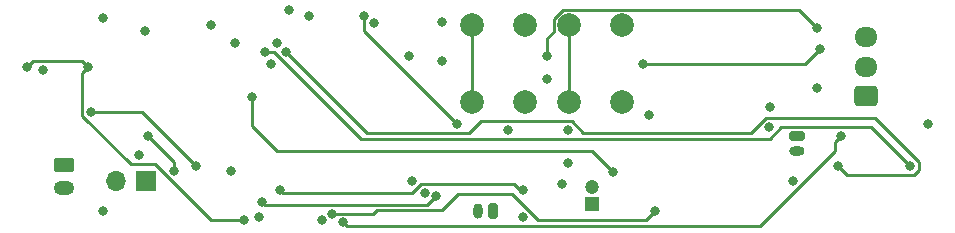
<source format=gbl>
%TF.GenerationSoftware,KiCad,Pcbnew,7.0.7*%
%TF.CreationDate,2024-07-03T20:03:01-05:00*%
%TF.ProjectId,LightsaberDesign,4c696768-7473-4616-9265-724465736967,rev?*%
%TF.SameCoordinates,Original*%
%TF.FileFunction,Copper,L4,Bot*%
%TF.FilePolarity,Positive*%
%FSLAX46Y46*%
G04 Gerber Fmt 4.6, Leading zero omitted, Abs format (unit mm)*
G04 Created by KiCad (PCBNEW 7.0.7) date 2024-07-03 20:03:01*
%MOMM*%
%LPD*%
G01*
G04 APERTURE LIST*
G04 Aperture macros list*
%AMRoundRect*
0 Rectangle with rounded corners*
0 $1 Rounding radius*
0 $2 $3 $4 $5 $6 $7 $8 $9 X,Y pos of 4 corners*
0 Add a 4 corners polygon primitive as box body*
4,1,4,$2,$3,$4,$5,$6,$7,$8,$9,$2,$3,0*
0 Add four circle primitives for the rounded corners*
1,1,$1+$1,$2,$3*
1,1,$1+$1,$4,$5*
1,1,$1+$1,$6,$7*
1,1,$1+$1,$8,$9*
0 Add four rect primitives between the rounded corners*
20,1,$1+$1,$2,$3,$4,$5,0*
20,1,$1+$1,$4,$5,$6,$7,0*
20,1,$1+$1,$6,$7,$8,$9,0*
20,1,$1+$1,$8,$9,$2,$3,0*%
G04 Aperture macros list end*
%TA.AperFunction,ComponentPad*%
%ADD10C,2.000000*%
%TD*%
%TA.AperFunction,ComponentPad*%
%ADD11RoundRect,0.200000X-0.450000X0.200000X-0.450000X-0.200000X0.450000X-0.200000X0.450000X0.200000X0*%
%TD*%
%TA.AperFunction,ComponentPad*%
%ADD12O,1.300000X0.800000*%
%TD*%
%TA.AperFunction,ComponentPad*%
%ADD13R,1.200000X1.200000*%
%TD*%
%TA.AperFunction,ComponentPad*%
%ADD14C,1.200000*%
%TD*%
%TA.AperFunction,ComponentPad*%
%ADD15RoundRect,0.200000X0.200000X0.450000X-0.200000X0.450000X-0.200000X-0.450000X0.200000X-0.450000X0*%
%TD*%
%TA.AperFunction,ComponentPad*%
%ADD16O,0.800000X1.300000*%
%TD*%
%TA.AperFunction,ComponentPad*%
%ADD17RoundRect,0.250000X0.725000X-0.600000X0.725000X0.600000X-0.725000X0.600000X-0.725000X-0.600000X0*%
%TD*%
%TA.AperFunction,ComponentPad*%
%ADD18O,1.950000X1.700000*%
%TD*%
%TA.AperFunction,ComponentPad*%
%ADD19R,1.700000X1.700000*%
%TD*%
%TA.AperFunction,ComponentPad*%
%ADD20O,1.700000X1.700000*%
%TD*%
%TA.AperFunction,ComponentPad*%
%ADD21RoundRect,0.250000X-0.625000X0.350000X-0.625000X-0.350000X0.625000X-0.350000X0.625000X0.350000X0*%
%TD*%
%TA.AperFunction,ComponentPad*%
%ADD22O,1.750000X1.200000*%
%TD*%
%TA.AperFunction,ViaPad*%
%ADD23C,0.800000*%
%TD*%
%TA.AperFunction,Conductor*%
%ADD24C,0.250000*%
%TD*%
G04 APERTURE END LIST*
D10*
%TO.P,SW4,1,1*%
%TO.N,GND*%
X191546000Y-58715000D03*
X191546000Y-65215000D03*
%TO.P,SW4,2,2*%
%TO.N,Net-(R12-Pad2)*%
X187046000Y-58715000D03*
X187046000Y-65215000D03*
%TD*%
D11*
%TO.P,LS1,1,1*%
%TO.N,Net-(U4-Vo-)*%
X206314000Y-68081000D03*
D12*
%TO.P,LS1,2,2*%
%TO.N,Net-(U4-Vo+)*%
X206314000Y-69331000D03*
%TD*%
D13*
%TO.P,SW2,1*%
%TO.N,/Shake*%
X188976000Y-73874600D03*
D14*
%TO.P,SW2,2*%
%TO.N,+3V8*%
X188976000Y-72374600D03*
%TD*%
D10*
%TO.P,SW3,1,1*%
%TO.N,Net-(R13-Pad1)*%
X178816000Y-65163000D03*
X178816000Y-58663000D03*
%TO.P,SW3,2,2*%
%TO.N,+3V8*%
X183316000Y-65163000D03*
X183316000Y-58663000D03*
%TD*%
D15*
%TO.P,M1,1,+*%
%TO.N,Net-(D5-K)*%
X180574000Y-74422000D03*
D16*
%TO.P,M1,2,-*%
%TO.N,GND*%
X179324000Y-74422000D03*
%TD*%
D17*
%TO.P,D1,1,LED*%
%TO.N,/LED*%
X212139000Y-64730000D03*
D18*
%TO.P,D1,2,VDD*%
%TO.N,+3V8*%
X212139000Y-62230000D03*
%TO.P,D1,3,GND*%
%TO.N,GND*%
X212139000Y-59730000D03*
%TD*%
D19*
%TO.P,SW1,1,1*%
%TO.N,Net-(R7-Pad1)*%
X151201000Y-71871000D03*
D20*
%TO.P,SW1,2,2*%
%TO.N,VDD*%
X148661000Y-71871000D03*
%TD*%
D21*
%TO.P,BT1,1,+*%
%TO.N,VDD*%
X144272000Y-70506000D03*
D22*
%TO.P,BT1,2,-*%
%TO.N,GND*%
X144272000Y-72506000D03*
%TD*%
D23*
%TO.N,/LED*%
X210058000Y-68072000D03*
X167894000Y-75362777D03*
%TO.N,GND*%
X186944000Y-67564000D03*
X158406617Y-71055500D03*
X162306000Y-60198000D03*
X147574000Y-74422000D03*
X217424000Y-67056000D03*
X173482000Y-61294500D03*
X160782000Y-74930000D03*
X204008210Y-65606500D03*
X193802000Y-66294000D03*
X176276000Y-58420000D03*
X183134000Y-74967500D03*
X205989701Y-71877701D03*
X170503636Y-58466424D03*
X147574000Y-58081500D03*
X150622000Y-69650500D03*
X158750000Y-60198000D03*
X186436000Y-72136000D03*
X151130000Y-59182000D03*
X165029361Y-57885034D03*
X174810321Y-72860500D03*
%TO.N,Net-(U2-PH1)*%
X215900000Y-70612000D03*
X161290000Y-60960000D03*
%TO.N,Net-(U2-PH0)*%
X209804000Y-70612000D03*
X163068000Y-60960000D03*
%TO.N,+3V8*%
X156718000Y-58674000D03*
X186944000Y-70358000D03*
X208026000Y-64008000D03*
X181864000Y-67564000D03*
X173698009Y-71902088D03*
X203962000Y-67310000D03*
X166116000Y-75184000D03*
X163322000Y-57404000D03*
X185166000Y-63246000D03*
X176276000Y-61722000D03*
X161798000Y-61976000D03*
%TO.N,/on_off_switch*%
X141176000Y-62230000D03*
X159512000Y-75221500D03*
X146304000Y-62230000D03*
%TO.N,/Motor*%
X161036000Y-73660000D03*
X175768000Y-73152000D03*
%TO.N,/Speaker*%
X166963844Y-74638500D03*
X194310000Y-74422000D03*
%TO.N,/Switch*%
X146558000Y-66040000D03*
X155448000Y-70612000D03*
%TO.N,Net-(U1-FB)*%
X153558800Y-71008800D03*
X151384000Y-68072000D03*
%TO.N,/boot0*%
X177546000Y-67056000D03*
X169672000Y-57912000D03*
%TO.N,/NRST*%
X160206500Y-64770000D03*
X190754000Y-71120000D03*
%TO.N,/Shake*%
X162560000Y-72666113D03*
X183134000Y-72644000D03*
%TO.N,/SWDIO*%
X185166000Y-61294500D03*
X208026000Y-58928000D03*
%TO.N,/SWCLK*%
X208280000Y-60706000D03*
X193294000Y-61976000D03*
%TO.N,VDD*%
X142494000Y-62484000D03*
%TD*%
D24*
%TO.N,/LED*%
X209550000Y-69342707D02*
X209550000Y-68580000D01*
X167894000Y-75362777D02*
X168223223Y-75692000D01*
X209550000Y-68580000D02*
X210058000Y-68072000D01*
X203200707Y-75692000D02*
X209550000Y-69342707D01*
X168223223Y-75692000D02*
X203200707Y-75692000D01*
%TO.N,Net-(U2-PH1)*%
X204070695Y-68289000D02*
X205012695Y-67347000D01*
X162042695Y-60960000D02*
X169371695Y-68289000D01*
X205012695Y-67347000D02*
X212635000Y-67347000D01*
X212635000Y-67347000D02*
X215900000Y-70612000D01*
X169371695Y-68289000D02*
X204070695Y-68289000D01*
X161290000Y-60960000D02*
X162042695Y-60960000D01*
%TO.N,Net-(U2-PH0)*%
X187244305Y-66839000D02*
X179562000Y-66839000D01*
X178583000Y-67818000D02*
X169926000Y-67818000D01*
X216200305Y-71337000D02*
X216625000Y-70912305D01*
X179562000Y-66839000D02*
X178583000Y-67818000D01*
X210529000Y-71337000D02*
X216200305Y-71337000D01*
X202407695Y-67839000D02*
X188244305Y-67839000D01*
X169926000Y-67818000D02*
X163068000Y-60960000D01*
X188244305Y-67839000D02*
X187244305Y-66839000D01*
X203661695Y-66585000D02*
X202407695Y-67839000D01*
X216625000Y-70311695D02*
X212898305Y-66585000D01*
X209804000Y-70612000D02*
X210529000Y-71337000D01*
X216625000Y-70912305D02*
X216625000Y-70311695D01*
X212898305Y-66585000D02*
X203661695Y-66585000D01*
%TO.N,/on_off_switch*%
X145833000Y-62701000D02*
X145833000Y-66340305D01*
X141647000Y-61759000D02*
X145833000Y-61759000D01*
X151957891Y-70433196D02*
X156746195Y-75221500D01*
X146304000Y-62230000D02*
X145833000Y-62701000D01*
X141176000Y-62230000D02*
X141647000Y-61759000D01*
X145833000Y-61759000D02*
X146304000Y-62230000D01*
X156746195Y-75221500D02*
X159512000Y-75221500D01*
X145833000Y-66340305D02*
X149925891Y-70433196D01*
X149925891Y-70433196D02*
X151957891Y-70433196D01*
%TO.N,/Motor*%
X175768000Y-73152000D02*
X175006000Y-73914000D01*
X175006000Y-73914000D02*
X161290000Y-73914000D01*
X161290000Y-73914000D02*
X161036000Y-73660000D01*
%TO.N,/Speaker*%
X170434000Y-74676000D02*
X170729411Y-74380589D01*
X166963844Y-74638500D02*
X166964067Y-74638277D01*
X176234710Y-74380589D02*
X177633299Y-72982000D01*
X182202000Y-72982000D02*
X184404000Y-75184000D01*
X193548000Y-75184000D02*
X194310000Y-74422000D01*
X170396277Y-74638277D02*
X170434000Y-74676000D01*
X177633299Y-72982000D02*
X182202000Y-72982000D01*
X184404000Y-75184000D02*
X193548000Y-75184000D01*
X170729411Y-74380589D02*
X176234710Y-74380589D01*
X166964067Y-74638277D02*
X170396277Y-74638277D01*
%TO.N,/Switch*%
X146558000Y-66040000D02*
X150876000Y-66040000D01*
X150876000Y-66040000D02*
X155448000Y-70612000D01*
%TO.N,Net-(U1-FB)*%
X153558800Y-70246800D02*
X151384000Y-68072000D01*
X153558800Y-71008800D02*
X153558800Y-70246800D01*
%TO.N,/boot0*%
X169672000Y-57912000D02*
X169672000Y-59182000D01*
X169672000Y-59182000D02*
X177546000Y-67056000D01*
%TO.N,/NRST*%
X160206500Y-64770000D02*
X160206500Y-67242500D01*
X162306000Y-69342000D02*
X188976000Y-69342000D01*
X160206500Y-67242500D02*
X162306000Y-69342000D01*
X188976000Y-69342000D02*
X190754000Y-71120000D01*
%TO.N,Net-(R13-Pad1)*%
X178816000Y-65163000D02*
X178816000Y-58663000D01*
%TO.N,Net-(R12-Pad2)*%
X187046000Y-65215000D02*
X187046000Y-58715000D01*
%TO.N,/Shake*%
X174488695Y-72136000D02*
X173726695Y-72898000D01*
X182372000Y-72136000D02*
X174488695Y-72136000D01*
X162791887Y-72898000D02*
X162560000Y-72666113D01*
X182880000Y-72644000D02*
X182372000Y-72136000D01*
X183134000Y-72644000D02*
X182880000Y-72644000D01*
X173726695Y-72898000D02*
X162791887Y-72898000D01*
%TO.N,/SWDIO*%
X185166000Y-59818833D02*
X185721000Y-59263833D01*
X206488000Y-57390000D02*
X208026000Y-58928000D01*
X185721000Y-58166167D02*
X186497167Y-57390000D01*
X185721000Y-59263833D02*
X185721000Y-58166167D01*
X185166000Y-61294500D02*
X185166000Y-59818833D01*
X186497167Y-57390000D02*
X206488000Y-57390000D01*
%TO.N,/SWCLK*%
X207010000Y-61976000D02*
X208280000Y-60706000D01*
X193294000Y-61976000D02*
X207010000Y-61976000D01*
%TD*%
M02*

</source>
